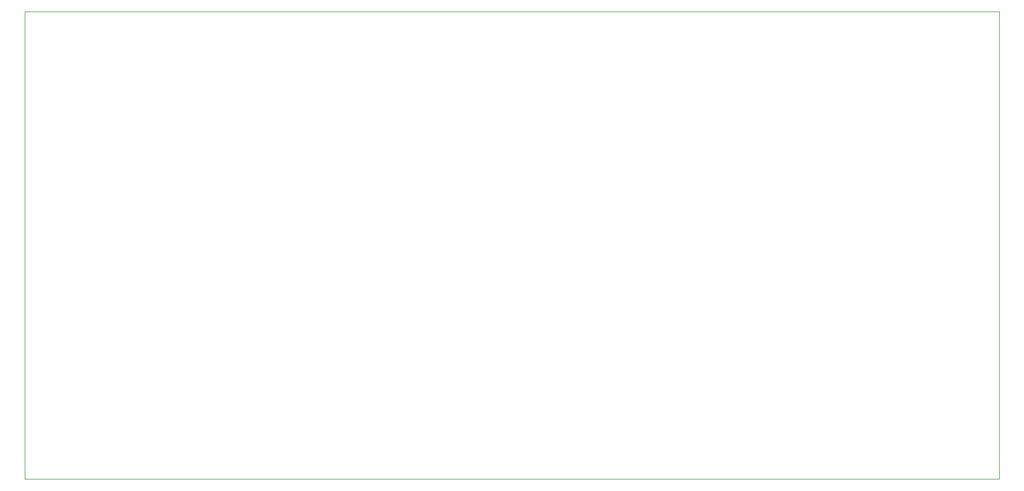
<source format=gbr>
%TF.GenerationSoftware,KiCad,Pcbnew,8.0.2*%
%TF.CreationDate,2024-06-18T22:48:15+02:00*%
%TF.ProjectId,radom-controller,7261646f-6d2d-4636-9f6e-74726f6c6c65,rev?*%
%TF.SameCoordinates,Original*%
%TF.FileFunction,Profile,NP*%
%FSLAX46Y46*%
G04 Gerber Fmt 4.6, Leading zero omitted, Abs format (unit mm)*
G04 Created by KiCad (PCBNEW 8.0.2) date 2024-06-18 22:48:15*
%MOMM*%
%LPD*%
G01*
G04 APERTURE LIST*
%TA.AperFunction,Profile*%
%ADD10C,0.050000*%
%TD*%
G04 APERTURE END LIST*
D10*
X50800000Y-63500000D02*
X200800000Y-63500000D01*
X200800000Y-135500000D01*
X50800000Y-135500000D01*
X50800000Y-63500000D01*
M02*

</source>
